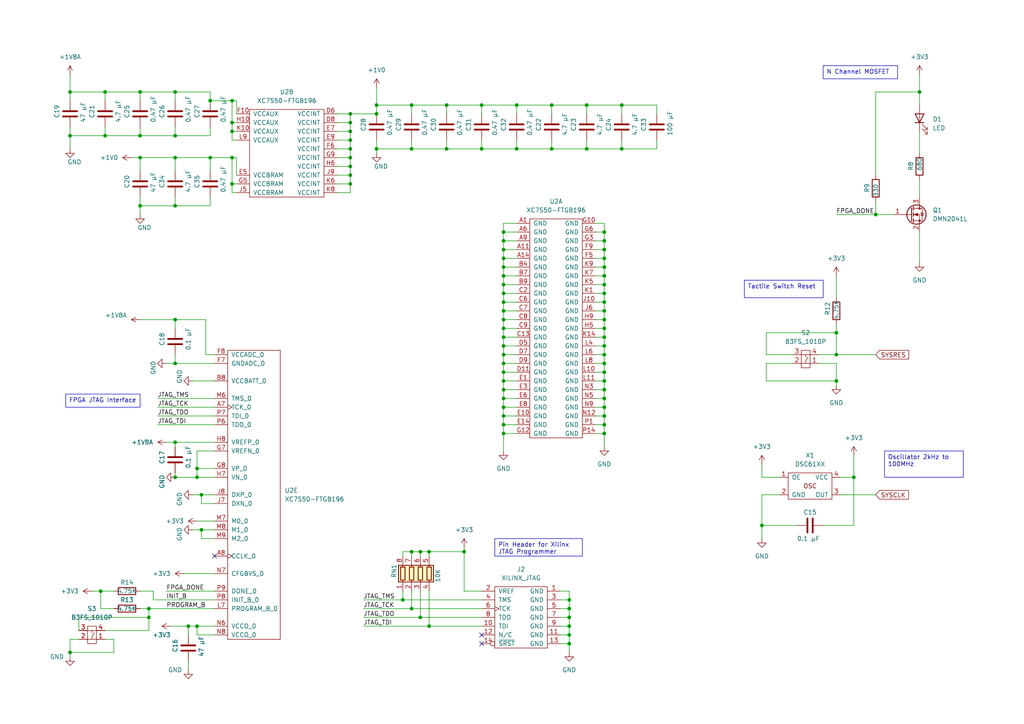
<source format=kicad_sch>
(kicad_sch (version 20230121) (generator eeschema)
  (paper "A4")
  (junction (at 119.38 160.02))
  (junction (at 170.18 30.48))
  (junction (at 175.26 100.33))
  (junction (at 119.38 176.53))
  (junction (at 101.6 35.56))
  (junction (at 139.7 30.48))
  (junction (at 146.05 80.01))
  (junction (at 20.32 39.37))
  (junction (at 43.18 176.53))
  (junction (at 146.05 102.87))
  (junction (at 101.6 53.34))
  (junction (at 146.05 72.39))
  (junction (at 146.05 95.25))
  (junction (at 50.8 59.69))
  (junction (at 146.05 74.93))
  (junction (at 165.1 184.15))
  (junction (at 146.05 77.47))
  (junction (at 146.05 90.17))
  (junction (at 139.7 43.18))
  (junction (at 170.18 43.18))
  (junction (at 254 62.23))
  (junction (at 121.92 179.07))
  (junction (at 101.6 50.8))
  (junction (at 175.26 123.19))
  (junction (at 146.05 125.73))
  (junction (at 165.1 173.99))
  (junction (at 175.26 118.11))
  (junction (at 50.8 138.43))
  (junction (at 67.31 53.34))
  (junction (at 146.05 67.31))
  (junction (at 242.57 96.52))
  (junction (at 175.26 87.63))
  (junction (at 175.26 72.39))
  (junction (at 119.38 30.48))
  (junction (at 67.31 45.72))
  (junction (at 146.05 120.65))
  (junction (at 146.05 92.71))
  (junction (at 101.6 38.1))
  (junction (at 175.26 67.31))
  (junction (at 180.34 43.18))
  (junction (at 109.22 43.18))
  (junction (at 50.8 39.37))
  (junction (at 57.15 135.89))
  (junction (at 20.32 189.23))
  (junction (at 43.18 179.07))
  (junction (at 146.05 110.49))
  (junction (at 146.05 118.11))
  (junction (at 146.05 105.41))
  (junction (at 146.05 87.63))
  (junction (at 242.57 102.87))
  (junction (at 121.92 160.02))
  (junction (at 40.64 59.69))
  (junction (at 146.05 85.09))
  (junction (at 175.26 115.57))
  (junction (at 50.8 128.27))
  (junction (at 20.32 26.67))
  (junction (at 146.05 100.33))
  (junction (at 50.8 105.41))
  (junction (at 146.05 82.55))
  (junction (at 57.15 138.43))
  (junction (at 146.05 107.95))
  (junction (at 57.15 181.61))
  (junction (at 40.64 39.37))
  (junction (at 109.22 30.48))
  (junction (at 129.54 43.18))
  (junction (at 175.26 125.73))
  (junction (at 129.54 30.48))
  (junction (at 149.86 30.48))
  (junction (at 119.38 43.18))
  (junction (at 30.48 26.67))
  (junction (at 220.98 152.4))
  (junction (at 266.7 26.67))
  (junction (at 146.05 113.03))
  (junction (at 175.26 105.41))
  (junction (at 58.42 153.67))
  (junction (at 101.6 33.02))
  (junction (at 40.64 45.72))
  (junction (at 124.46 160.02))
  (junction (at 60.96 45.72))
  (junction (at 247.65 138.43))
  (junction (at 175.26 120.65))
  (junction (at 67.31 38.1))
  (junction (at 175.26 95.25))
  (junction (at 134.62 160.02))
  (junction (at 116.84 173.99))
  (junction (at 60.96 29.21))
  (junction (at 175.26 97.79))
  (junction (at 124.46 181.61))
  (junction (at 109.22 33.02))
  (junction (at 242.57 110.49))
  (junction (at 165.1 176.53))
  (junction (at 54.61 181.61))
  (junction (at 50.8 92.71))
  (junction (at 175.26 77.47))
  (junction (at 146.05 115.57))
  (junction (at 165.1 186.69))
  (junction (at 175.26 80.01))
  (junction (at 160.02 43.18))
  (junction (at 146.05 97.79))
  (junction (at 67.31 35.56))
  (junction (at 40.64 26.67))
  (junction (at 101.6 45.72))
  (junction (at 101.6 40.64))
  (junction (at 29.21 171.45))
  (junction (at 160.02 30.48))
  (junction (at 175.26 85.09))
  (junction (at 175.26 90.17))
  (junction (at 101.6 43.18))
  (junction (at 175.26 82.55))
  (junction (at 175.26 92.71))
  (junction (at 175.26 107.95))
  (junction (at 58.42 143.51))
  (junction (at 165.1 179.07))
  (junction (at 146.05 69.85))
  (junction (at 149.86 43.18))
  (junction (at 180.34 30.48))
  (junction (at 175.26 74.93))
  (junction (at 175.26 102.87))
  (junction (at 50.8 26.67))
  (junction (at 175.26 69.85))
  (junction (at 146.05 123.19))
  (junction (at 67.31 29.21))
  (junction (at 50.8 45.72))
  (junction (at 165.1 181.61))
  (junction (at 30.48 39.37))
  (junction (at 175.26 110.49))
  (junction (at 101.6 48.26))
  (junction (at 175.26 113.03))
  (no_connect (at 139.7 186.69))
  (no_connect (at 62.23 161.29))
  (no_connect (at 139.7 184.15))
  (wire (pts (xy 146.05 120.65) (xy 149.86 120.65)))
  (wire (pts (xy 222.25 110.49) (xy 242.57 110.49)))
  (wire (pts (xy 67.31 35.56) (xy 67.31 29.21)))
  (wire (pts (xy 180.34 30.48) (xy 180.34 33.02)))
  (wire (pts (xy 40.64 49.53) (xy 40.64 45.72)))
  (wire (pts (xy 129.54 40.64) (xy 129.54 43.18)))
  (wire (pts (xy 146.05 118.11) (xy 146.05 120.65)))
  (wire (pts (xy 68.58 38.1) (xy 67.31 38.1)))
  (wire (pts (xy 172.72 80.01) (xy 175.26 80.01)))
  (wire (pts (xy 60.96 39.37) (xy 50.8 39.37)))
  (wire (pts (xy 162.56 186.69) (xy 165.1 186.69)))
  (wire (pts (xy 50.8 92.71) (xy 59.69 92.71)))
  (wire (pts (xy 170.18 30.48) (xy 170.18 33.02)))
  (wire (pts (xy 50.8 128.27) (xy 62.23 128.27)))
  (wire (pts (xy 165.1 173.99) (xy 165.1 176.53)))
  (wire (pts (xy 146.05 95.25) (xy 146.05 97.79)))
  (wire (pts (xy 242.57 80.01) (xy 242.57 86.36)))
  (wire (pts (xy 160.02 30.48) (xy 170.18 30.48)))
  (wire (pts (xy 58.42 156.21) (xy 58.42 153.67)))
  (wire (pts (xy 162.56 179.07) (xy 165.1 179.07)))
  (wire (pts (xy 146.05 67.31) (xy 149.86 67.31)))
  (wire (pts (xy 146.05 100.33) (xy 146.05 102.87)))
  (wire (pts (xy 60.96 45.72) (xy 67.31 45.72)))
  (wire (pts (xy 146.05 77.47) (xy 146.05 80.01)))
  (wire (pts (xy 30.48 36.83) (xy 30.48 39.37)))
  (wire (pts (xy 146.05 105.41) (xy 146.05 107.95)))
  (wire (pts (xy 172.72 90.17) (xy 175.26 90.17)))
  (wire (pts (xy 229.87 102.87) (xy 222.25 102.87)))
  (wire (pts (xy 175.26 64.77) (xy 175.26 67.31)))
  (wire (pts (xy 146.05 92.71) (xy 149.86 92.71)))
  (wire (pts (xy 33.02 189.23) (xy 20.32 189.23)))
  (wire (pts (xy 45.72 123.19) (xy 62.23 123.19)))
  (wire (pts (xy 247.65 152.4) (xy 247.65 138.43)))
  (wire (pts (xy 165.1 179.07) (xy 165.1 181.61)))
  (wire (pts (xy 146.05 115.57) (xy 149.86 115.57)))
  (wire (pts (xy 266.7 26.67) (xy 266.7 30.48)))
  (wire (pts (xy 48.26 171.45) (xy 62.23 171.45)))
  (wire (pts (xy 58.42 153.67) (xy 62.23 153.67)))
  (wire (pts (xy 101.6 50.8) (xy 101.6 48.26)))
  (wire (pts (xy 242.57 105.41) (xy 242.57 110.49)))
  (wire (pts (xy 175.26 113.03) (xy 175.26 115.57)))
  (wire (pts (xy 33.02 185.42) (xy 33.02 189.23)))
  (wire (pts (xy 146.05 72.39) (xy 146.05 74.93)))
  (wire (pts (xy 55.88 153.67) (xy 58.42 153.67)))
  (wire (pts (xy 116.84 171.45) (xy 116.84 173.99)))
  (wire (pts (xy 40.64 92.71) (xy 50.8 92.71)))
  (wire (pts (xy 40.64 26.67) (xy 30.48 26.67)))
  (wire (pts (xy 57.15 135.89) (xy 57.15 138.43)))
  (wire (pts (xy 57.15 151.13) (xy 62.23 151.13)))
  (wire (pts (xy 48.26 105.41) (xy 50.8 105.41)))
  (wire (pts (xy 30.48 26.67) (xy 20.32 26.67)))
  (wire (pts (xy 50.8 39.37) (xy 40.64 39.37)))
  (wire (pts (xy 109.22 40.64) (xy 109.22 43.18)))
  (wire (pts (xy 172.72 120.65) (xy 175.26 120.65)))
  (wire (pts (xy 172.72 69.85) (xy 175.26 69.85)))
  (wire (pts (xy 222.25 96.52) (xy 242.57 96.52)))
  (wire (pts (xy 119.38 30.48) (xy 109.22 30.48)))
  (wire (pts (xy 121.92 179.07) (xy 139.7 179.07)))
  (wire (pts (xy 30.48 185.42) (xy 33.02 185.42)))
  (wire (pts (xy 149.86 33.02) (xy 149.86 30.48)))
  (wire (pts (xy 60.96 26.67) (xy 60.96 29.21)))
  (wire (pts (xy 175.26 85.09) (xy 175.26 87.63)))
  (wire (pts (xy 172.72 123.19) (xy 175.26 123.19)))
  (wire (pts (xy 172.72 72.39) (xy 175.26 72.39)))
  (wire (pts (xy 97.79 43.18) (xy 101.6 43.18)))
  (wire (pts (xy 266.7 67.31) (xy 266.7 76.2)))
  (wire (pts (xy 220.98 138.43) (xy 226.06 138.43)))
  (wire (pts (xy 243.84 143.51) (xy 254 143.51)))
  (wire (pts (xy 67.31 38.1) (xy 67.31 35.56)))
  (wire (pts (xy 49.53 181.61) (xy 54.61 181.61)))
  (wire (pts (xy 20.32 21.59) (xy 20.32 26.67)))
  (wire (pts (xy 54.61 191.77) (xy 54.61 194.31)))
  (wire (pts (xy 40.64 45.72) (xy 50.8 45.72)))
  (wire (pts (xy 20.32 26.67) (xy 20.32 29.21)))
  (wire (pts (xy 175.26 115.57) (xy 175.26 118.11)))
  (wire (pts (xy 50.8 57.15) (xy 50.8 59.69)))
  (wire (pts (xy 146.05 80.01) (xy 146.05 82.55)))
  (wire (pts (xy 124.46 160.02) (xy 134.62 160.02)))
  (wire (pts (xy 129.54 30.48) (xy 119.38 30.48)))
  (wire (pts (xy 180.34 30.48) (xy 190.5 30.48)))
  (wire (pts (xy 116.84 161.29) (xy 116.84 160.02)))
  (wire (pts (xy 172.72 113.03) (xy 175.26 113.03)))
  (wire (pts (xy 101.6 35.56) (xy 101.6 33.02)))
  (wire (pts (xy 20.32 189.23) (xy 20.32 190.5)))
  (wire (pts (xy 146.05 92.71) (xy 146.05 95.25)))
  (wire (pts (xy 50.8 102.87) (xy 50.8 105.41)))
  (wire (pts (xy 146.05 72.39) (xy 149.86 72.39)))
  (wire (pts (xy 121.92 161.29) (xy 121.92 160.02)))
  (wire (pts (xy 57.15 184.15) (xy 57.15 181.61)))
  (wire (pts (xy 190.5 33.02) (xy 190.5 30.48)))
  (wire (pts (xy 146.05 85.09) (xy 149.86 85.09)))
  (wire (pts (xy 68.58 53.34) (xy 67.31 53.34)))
  (wire (pts (xy 53.34 166.37) (xy 62.23 166.37)))
  (wire (pts (xy 146.05 123.19) (xy 146.05 125.73)))
  (wire (pts (xy 254 58.42) (xy 254 62.23)))
  (wire (pts (xy 54.61 181.61) (xy 54.61 184.15)))
  (wire (pts (xy 105.41 173.99) (xy 116.84 173.99)))
  (wire (pts (xy 175.26 97.79) (xy 175.26 100.33)))
  (wire (pts (xy 172.72 87.63) (xy 175.26 87.63)))
  (wire (pts (xy 60.96 49.53) (xy 60.96 45.72)))
  (wire (pts (xy 222.25 105.41) (xy 222.25 110.49)))
  (wire (pts (xy 146.05 102.87) (xy 146.05 105.41)))
  (wire (pts (xy 57.15 138.43) (xy 62.23 138.43)))
  (wire (pts (xy 172.72 77.47) (xy 175.26 77.47)))
  (wire (pts (xy 40.64 171.45) (xy 44.45 171.45)))
  (wire (pts (xy 175.26 67.31) (xy 175.26 69.85)))
  (wire (pts (xy 146.05 69.85) (xy 146.05 72.39)))
  (wire (pts (xy 50.8 26.67) (xy 60.96 26.67)))
  (wire (pts (xy 30.48 182.88) (xy 43.18 182.88)))
  (wire (pts (xy 162.56 181.61) (xy 165.1 181.61)))
  (wire (pts (xy 43.18 176.53) (xy 62.23 176.53)))
  (wire (pts (xy 146.05 95.25) (xy 149.86 95.25)))
  (wire (pts (xy 129.54 30.48) (xy 129.54 33.02)))
  (wire (pts (xy 175.26 100.33) (xy 175.26 102.87)))
  (wire (pts (xy 29.21 171.45) (xy 33.02 171.45)))
  (wire (pts (xy 146.05 110.49) (xy 146.05 113.03)))
  (wire (pts (xy 97.79 50.8) (xy 101.6 50.8)))
  (wire (pts (xy 231.14 152.4) (xy 220.98 152.4)))
  (wire (pts (xy 172.72 82.55) (xy 175.26 82.55)))
  (wire (pts (xy 160.02 40.64) (xy 160.02 43.18)))
  (wire (pts (xy 50.8 138.43) (xy 57.15 138.43)))
  (wire (pts (xy 62.23 130.81) (xy 57.15 130.81)))
  (wire (pts (xy 119.38 43.18) (xy 129.54 43.18)))
  (wire (pts (xy 101.6 38.1) (xy 101.6 35.56)))
  (wire (pts (xy 146.05 110.49) (xy 149.86 110.49)))
  (wire (pts (xy 172.72 125.73) (xy 175.26 125.73)))
  (wire (pts (xy 238.76 152.4) (xy 247.65 152.4)))
  (wire (pts (xy 180.34 40.64) (xy 180.34 43.18)))
  (wire (pts (xy 101.6 55.88) (xy 101.6 53.34)))
  (wire (pts (xy 146.05 102.87) (xy 149.86 102.87)))
  (wire (pts (xy 254 62.23) (xy 259.08 62.23)))
  (wire (pts (xy 146.05 90.17) (xy 149.86 90.17)))
  (wire (pts (xy 149.86 43.18) (xy 160.02 43.18)))
  (wire (pts (xy 175.26 77.47) (xy 175.26 80.01)))
  (wire (pts (xy 30.48 29.21) (xy 30.48 26.67)))
  (wire (pts (xy 146.05 82.55) (xy 146.05 85.09)))
  (wire (pts (xy 26.67 171.45) (xy 29.21 171.45)))
  (wire (pts (xy 146.05 97.79) (xy 149.86 97.79)))
  (wire (pts (xy 146.05 125.73) (xy 149.86 125.73)))
  (wire (pts (xy 109.22 30.48) (xy 109.22 33.02)))
  (wire (pts (xy 175.26 82.55) (xy 175.26 85.09)))
  (wire (pts (xy 60.96 57.15) (xy 60.96 59.69)))
  (wire (pts (xy 62.23 135.89) (xy 57.15 135.89)))
  (wire (pts (xy 67.31 53.34) (xy 67.31 45.72)))
  (wire (pts (xy 165.1 186.69) (xy 165.1 189.23)))
  (wire (pts (xy 134.62 171.45) (xy 139.7 171.45)))
  (wire (pts (xy 139.7 30.48) (xy 129.54 30.48)))
  (wire (pts (xy 50.8 45.72) (xy 60.96 45.72)))
  (wire (pts (xy 97.79 48.26) (xy 101.6 48.26)))
  (wire (pts (xy 266.7 52.07) (xy 266.7 57.15)))
  (wire (pts (xy 146.05 113.03) (xy 149.86 113.03)))
  (wire (pts (xy 40.64 176.53) (xy 43.18 176.53)))
  (wire (pts (xy 175.26 118.11) (xy 175.26 120.65)))
  (wire (pts (xy 124.46 181.61) (xy 139.7 181.61)))
  (wire (pts (xy 175.26 110.49) (xy 175.26 113.03)))
  (wire (pts (xy 172.72 102.87) (xy 175.26 102.87)))
  (wire (pts (xy 50.8 105.41) (xy 62.23 105.41)))
  (wire (pts (xy 172.72 97.79) (xy 175.26 97.79)))
  (wire (pts (xy 40.64 39.37) (xy 30.48 39.37)))
  (wire (pts (xy 220.98 143.51) (xy 220.98 152.4)))
  (wire (pts (xy 175.26 120.65) (xy 175.26 123.19)))
  (wire (pts (xy 237.49 102.87) (xy 242.57 102.87)))
  (wire (pts (xy 54.61 181.61) (xy 57.15 181.61)))
  (wire (pts (xy 172.72 105.41) (xy 175.26 105.41)))
  (wire (pts (xy 243.84 138.43) (xy 247.65 138.43)))
  (wire (pts (xy 97.79 33.02) (xy 101.6 33.02)))
  (wire (pts (xy 109.22 25.4) (xy 109.22 30.48)))
  (wire (pts (xy 146.05 74.93) (xy 149.86 74.93)))
  (wire (pts (xy 220.98 134.62) (xy 220.98 138.43)))
  (wire (pts (xy 119.38 176.53) (xy 139.7 176.53)))
  (wire (pts (xy 22.86 185.42) (xy 20.32 185.42)))
  (wire (pts (xy 146.05 77.47) (xy 149.86 77.47)))
  (wire (pts (xy 40.64 57.15) (xy 40.64 59.69)))
  (wire (pts (xy 62.23 184.15) (xy 57.15 184.15)))
  (wire (pts (xy 146.05 100.33) (xy 149.86 100.33)))
  (wire (pts (xy 146.05 90.17) (xy 146.05 92.71)))
  (wire (pts (xy 175.26 123.19) (xy 175.26 125.73)))
  (wire (pts (xy 57.15 130.81) (xy 57.15 135.89)))
  (wire (pts (xy 67.31 40.64) (xy 67.31 38.1)))
  (wire (pts (xy 50.8 49.53) (xy 50.8 45.72)))
  (wire (pts (xy 58.42 143.51) (xy 62.23 143.51)))
  (wire (pts (xy 58.42 146.05) (xy 58.42 143.51)))
  (wire (pts (xy 50.8 137.16) (xy 50.8 138.43)))
  (wire (pts (xy 146.05 82.55) (xy 149.86 82.55)))
  (wire (pts (xy 175.26 105.41) (xy 175.26 107.95)))
  (wire (pts (xy 60.96 59.69) (xy 50.8 59.69)))
  (wire (pts (xy 242.57 110.49) (xy 242.57 111.76)))
  (wire (pts (xy 44.45 173.99) (xy 62.23 173.99)))
  (wire (pts (xy 146.05 74.93) (xy 146.05 77.47)))
  (wire (pts (xy 29.21 176.53) (xy 29.21 171.45)))
  (wire (pts (xy 50.8 92.71) (xy 50.8 95.25)))
  (wire (pts (xy 146.05 87.63) (xy 149.86 87.63)))
  (wire (pts (xy 146.05 118.11) (xy 149.86 118.11)))
  (wire (pts (xy 119.38 30.48) (xy 119.38 33.02)))
  (wire (pts (xy 20.32 39.37) (xy 20.32 43.18)))
  (wire (pts (xy 242.57 62.23) (xy 254 62.23)))
  (wire (pts (xy 119.38 160.02) (xy 121.92 160.02)))
  (wire (pts (xy 139.7 30.48) (xy 149.86 30.48)))
  (wire (pts (xy 175.26 69.85) (xy 175.26 72.39)))
  (wire (pts (xy 40.64 26.67) (xy 40.64 29.21)))
  (wire (pts (xy 97.79 40.64) (xy 101.6 40.64)))
  (wire (pts (xy 146.05 120.65) (xy 146.05 123.19)))
  (wire (pts (xy 247.65 138.43) (xy 247.65 132.08)))
  (wire (pts (xy 105.41 181.61) (xy 124.46 181.61)))
  (wire (pts (xy 237.49 105.41) (xy 242.57 105.41)))
  (wire (pts (xy 190.5 40.64) (xy 190.5 43.18)))
  (wire (pts (xy 97.79 45.72) (xy 101.6 45.72)))
  (wire (pts (xy 101.6 33.02) (xy 109.22 33.02)))
  (wire (pts (xy 172.72 85.09) (xy 175.26 85.09)))
  (wire (pts (xy 50.8 59.69) (xy 40.64 59.69)))
  (wire (pts (xy 97.79 55.88) (xy 101.6 55.88)))
  (wire (pts (xy 242.57 96.52) (xy 242.57 102.87)))
  (wire (pts (xy 20.32 185.42) (xy 20.32 189.23)))
  (wire (pts (xy 50.8 36.83) (xy 50.8 39.37)))
  (wire (pts (xy 175.26 125.73) (xy 175.26 129.54)))
  (wire (pts (xy 146.05 80.01) (xy 149.86 80.01)))
  (wire (pts (xy 149.86 64.77) (xy 146.05 64.77)))
  (wire (pts (xy 146.05 125.73) (xy 146.05 130.81)))
  (wire (pts (xy 101.6 40.64) (xy 101.6 38.1)))
  (wire (pts (xy 170.18 40.64) (xy 170.18 43.18)))
  (wire (pts (xy 146.05 105.41) (xy 149.86 105.41)))
  (wire (pts (xy 38.1 45.72) (xy 40.64 45.72)))
  (wire (pts (xy 172.72 118.11) (xy 175.26 118.11)))
  (wire (pts (xy 180.34 43.18) (xy 190.5 43.18)))
  (wire (pts (xy 68.58 29.21) (xy 68.58 33.02)))
  (wire (pts (xy 121.92 171.45) (xy 121.92 179.07)))
  (wire (pts (xy 68.58 45.72) (xy 68.58 50.8)))
  (wire (pts (xy 105.41 176.53) (xy 119.38 176.53)))
  (wire (pts (xy 146.05 107.95) (xy 146.05 110.49)))
  (wire (pts (xy 119.38 171.45) (xy 119.38 176.53)))
  (wire (pts (xy 146.05 113.03) (xy 146.05 115.57)))
  (wire (pts (xy 40.64 36.83) (xy 40.64 39.37)))
  (wire (pts (xy 116.84 173.99) (xy 139.7 173.99)))
  (wire (pts (xy 68.58 35.56) (xy 67.31 35.56)))
  (wire (pts (xy 175.26 80.01) (xy 175.26 82.55)))
  (wire (pts (xy 165.1 176.53) (xy 165.1 179.07)))
  (wire (pts (xy 121.92 160.02) (xy 124.46 160.02)))
  (wire (pts (xy 134.62 160.02) (xy 134.62 171.45)))
  (wire (pts (xy 162.56 173.99) (xy 165.1 173.99)))
  (wire (pts (xy 50.8 26.67) (xy 40.64 26.67)))
  (wire (pts (xy 101.6 40.64) (xy 101.6 43.18)))
  (wire (pts (xy 165.1 171.45) (xy 165.1 173.99)))
  (wire (pts (xy 175.26 72.39) (xy 175.26 74.93)))
  (wire (pts (xy 149.86 30.48) (xy 160.02 30.48)))
  (wire (pts (xy 129.54 43.18) (xy 139.7 43.18)))
  (wire (pts (xy 62.23 102.87) (xy 59.69 102.87)))
  (wire (pts (xy 175.26 102.87) (xy 175.26 105.41)))
  (wire (pts (xy 43.18 179.07) (xy 43.18 176.53)))
  (wire (pts (xy 139.7 30.48) (xy 139.7 33.02)))
  (wire (pts (xy 33.02 176.53) (xy 29.21 176.53)))
  (wire (pts (xy 124.46 171.45) (xy 124.46 181.61)))
  (wire (pts (xy 97.79 38.1) (xy 101.6 38.1)))
  (wire (pts (xy 146.05 123.19) (xy 149.86 123.19)))
  (wire (pts (xy 43.18 182.88) (xy 43.18 179.07)))
  (wire (pts (xy 60.96 36.83) (xy 60.96 39.37)))
  (wire (pts (xy 175.26 107.95) (xy 175.26 110.49)))
  (wire (pts (xy 172.72 107.95) (xy 175.26 107.95)))
  (wire (pts (xy 109.22 43.18) (xy 119.38 43.18)))
  (wire (pts (xy 146.05 87.63) (xy 146.05 90.17)))
  (wire (pts (xy 101.6 45.72) (xy 101.6 48.26)))
  (wire (pts (xy 172.72 92.71) (xy 175.26 92.71)))
  (wire (pts (xy 146.05 97.79) (xy 146.05 100.33)))
  (wire (pts (xy 40.64 59.69) (xy 40.64 62.23)))
  (wire (pts (xy 30.48 39.37) (xy 20.32 39.37)))
  (wire (pts (xy 109.22 43.18) (xy 109.22 44.45)))
  (wire (pts (xy 45.72 118.11) (xy 62.23 118.11)))
  (wire (pts (xy 229.87 105.41) (xy 222.25 105.41)))
  (wire (pts (xy 139.7 40.64) (xy 139.7 43.18)))
  (wire (pts (xy 165.1 181.61) (xy 165.1 184.15)))
  (wire (pts (xy 170.18 43.18) (xy 180.34 43.18)))
  (wire (pts (xy 266.7 38.1) (xy 266.7 44.45)))
  (wire (pts (xy 220.98 152.4) (xy 220.98 156.21)))
  (wire (pts (xy 97.79 35.56) (xy 101.6 35.56)))
  (wire (pts (xy 55.88 110.49) (xy 62.23 110.49)))
  (wire (pts (xy 162.56 171.45) (xy 165.1 171.45)))
  (wire (pts (xy 222.25 102.87) (xy 222.25 96.52)))
  (wire (pts (xy 119.38 161.29) (xy 119.38 160.02)))
  (wire (pts (xy 101.6 43.18) (xy 101.6 45.72)))
  (wire (pts (xy 139.7 43.18) (xy 149.86 43.18)))
  (wire (pts (xy 67.31 55.88) (xy 67.31 53.34)))
  (wire (pts (xy 67.31 45.72) (xy 68.58 45.72)))
  (wire (pts (xy 101.6 53.34) (xy 101.6 50.8)))
  (wire (pts (xy 55.88 143.51) (xy 58.42 143.51)))
  (wire (pts (xy 146.05 67.31) (xy 146.05 69.85)))
  (wire (pts (xy 50.8 29.21) (xy 50.8 26.67)))
  (wire (pts (xy 162.56 184.15) (xy 165.1 184.15)))
  (wire (pts (xy 170.18 30.48) (xy 180.34 30.48)))
  (wire (pts (xy 254 102.87) (xy 242.57 102.87)))
  (wire (pts (xy 45.72 115.57) (xy 62.23 115.57)))
  (wire (pts (xy 162.56 176.53) (xy 165.1 176.53)))
  (wire (pts (xy 175.26 92.71) (xy 175.26 95.25)))
  (wire (pts (xy 254 26.67) (xy 266.7 26.67)))
  (wire (pts (xy 48.26 128.27) (xy 50.8 128.27)))
  (wire (pts (xy 175.26 74.93) (xy 175.26 77.47)))
  (wire (pts (xy 226.06 143.51) (xy 220.98 143.51)))
  (wire (pts (xy 68.58 55.88) (xy 67.31 55.88)))
  (wire (pts (xy 45.72 120.65) (xy 62.23 120.65)))
  (wire (pts (xy 57.15 181.61) (xy 62.23 181.61)))
  (wire (pts (xy 254 50.8) (xy 254 26.67)))
  (wire (pts (xy 97.79 53.34) (xy 101.6 53.34)))
  (wire (pts (xy 59.69 102.87) (xy 59.69 92.71)))
  (wire (pts (xy 68.58 40.64) (xy 67.31 40.64)))
  (wire (pts (xy 175.26 95.25) (xy 175.26 97.79)))
  (wire (pts (xy 116.84 160.02) (xy 119.38 160.02)))
  (wire (pts (xy 124.46 161.29) (xy 124.46 160.02)))
  (wire (pts (xy 67.31 29.21) (xy 68.58 29.21)))
  (wire (pts (xy 175.26 90.17) (xy 175.26 92.71)))
  (wire (pts (xy 62.23 156.21) (xy 58.42 156.21)))
  (wire (pts (xy 62.23 146.05) (xy 58.42 146.05)))
  (wire (pts (xy 60.96 29.21) (xy 67.31 29.21)))
  (wire (pts (xy 160.02 30.48) (xy 160.02 33.02)))
  (wire (pts (xy 20.32 36.83) (xy 20.32 39.37)))
  (wire (pts (xy 165.1 184.15) (xy 165.1 186.69)))
  (wire (pts (xy 149.86 40.64) (xy 149.86 43.18)))
  (wire (pts (xy 172.72 95.25) (xy 175.26 95.25)))
  (wire (pts (xy 172.72 67.31) (xy 175.26 67.31)))
  (wire (pts (xy 172.72 110.49) (xy 175.26 110.49)))
  (wire (pts (xy 146.05 64.77) (xy 146.05 67.31)))
  (wire (pts (xy 146.05 85.09) (xy 146.05 87.63)))
  (wire (pts (xy 105.41 179.07) (xy 121.92 179.07)))
  (wire (pts (xy 172.72 115.57) (xy 175.26 115.57)))
  (wire (pts (xy 22.86 179.07) (xy 43.18 179.07)))
  (wire (pts (xy 175.26 87.63) (xy 175.26 90.17)))
  (wire (pts (xy 160.02 43.18) (xy 170.18 43.18)))
  (wire (pts (xy 50.8 128.27) (xy 50.8 129.54)))
  (wire (pts (xy 266.7 21.59) (xy 266.7 26.67)))
  (wire (pts (xy 134.62 158.75) (xy 134.62 160.02)))
  (wire (pts (xy 44.45 171.45) (xy 44.45 173.99)))
  (wire (pts (xy 146.05 115.57) (xy 146.05 118.11)))
  (wire (pts (xy 119.38 40.64) (xy 119.38 43.18)))
  (wire (pts (xy 172.72 74.93) (xy 175.26 74.93)))
  (wire (pts (xy 242.57 96.52) (xy 242.57 93.98)))
  (wire (pts (xy 172.72 100.33) (xy 175.26 100.33)))
  (wire (pts (xy 172.72 64.77) (xy 175.26 64.77)))
  (wire (pts (xy 22.86 182.88) (xy 22.86 179.07)))
  (wire (pts (xy 146.05 107.95) (xy 149.86 107.95)))
  (wire (pts (xy 146.05 69.85) (xy 149.86 69.85)))
  (text_box "Oscillator 2kHz to 100MHz" (at 256.54 130.81 0) (size 22.86 7.62) (effects (font (size 1.27 1.27)) (justify left top)))
  (text_box "Pin Header for Xilinx JTAG Programmer\n" (at 143.51 156.21 0) (size 25.4 5.08) (effects (font (size 1.27 1.27)) (justify left top)))
  (text_box "Tactile Switch Reset" (at 215.9 81.28 0) (size 22.86 5.08) (effects (font (size 1.27 1.27)) (justify left top)))
  (text_box "N Channel MOSFET" (at 238.76 19.05 0) (size 21.59 3.81) (effects (font (size 1.27 1.27)) (justify left top)))
  (text_box "FPGA JTAG Interface" (at 19.05 114.3 0) (size 21.59 3.81) (effects (font (size 1.27 1.27)) (justify left top)))
  (label "JTAG_TCK" (at 45.72 118.11 0))
  (label "JTAG_TDI" (at 45.72 123.19 0))
  (label "FPGA_DONE" (at 48.26 171.45 0))
  (label "JTAG_TDO" (at 45.72 120.65 0))
  (label "PROGRAM_B" (at 48.26 176.53 0))
  (label "JTAG_TDI" (at 105.41 181.61 0))
  (label "JTAG_TCK" (at 105.41 176.53 0))
  (label "FPGA_DONE" (at 242.57 62.23 0))
  (label "JTAG_TMS" (at 105.41 173.99 0))
  (label "INIT_B" (at 48.26 173.99 0))
  (label "JTAG_TMS" (at 45.72 115.57 0))
  (label "JTAG_TDO" (at 105.41 179.07 0))
  (global_label "SYSCLK" (shape input) (at 254 143.51 0) (property "Intersheetrefs" "${INTERSHEET_REFS}" (effects hide)))
  (global_label "SYSRES" (shape input) (at 254 102.87 0) (property "Intersheetrefs" "${INTERSHEET_REFS}" (effects hide)))
  (symbol (lib_id "FPGA_project_parts:XC7S50-FTGB196") (at 161.29 95.25 0) (unit 1)
    (property "Reference" "U2" (at 161.29 58.42 0))
    (property "Value" "XC7S50-FTGB196" (at 161.29 60.96 0))
    (property "Footprint" "Package_BGA:Xilinx_FTGB196" (effects hide))
  )
  (symbol (lib_id "power:+3V3") (at 247.65 132.08 0) (unit 1)
    (property "Reference" "#PWR021" (effects hide))
    (property "Value" "+3V3" (at 247.65 127 0))
  )
  (symbol (lib_id "Device:LED") (at 266.7 34.29 90) (unit 1)
    (property "Reference" "D1" (at 270.51 34.6075 90) (effects (justify right)))
    (property "Value" "LED" (at 270.51 37.1475 90) (effects (justify right)))
    (property "Footprint" "LED_SMD:LED_0201_0603Metric" (effects hide))
    (instances (project "VendingMachine" (path "" (reference "D1") (unit 1)) (path "" (reference "D2") (unit 1))))
  )
  (symbol (lib_id "Device:C") (at 109.22 36.83 0) (unit 1)
    (property "Reference" "C28" (at 105.41 38.1 90) (effects (justify left)))
    (property "Value" "0.47 µF" (at 113.03 39.37 90) (effects (justify left)))
    (property "Footprint" "Capacitor_SMD:C_0201_0603Metric" (effects hide))
  )
  (symbol (lib_id "power:GND") (at 50.8 138.43 270) (unit 1)
    (property "Reference" "#PWR036" (effects hide))
    (property "Value" "GND" (at 46.99 139.7 0))
  )
  (symbol (lib_id "Device:R") (at 36.83 176.53 270) (unit 1)
    (property "Reference" "R13" (at 36.83 173.99 90))
    (property "Value" "4.75K" (at 36.83 176.53 90))
    (property "Footprint" "Resistor_SMD:R_0402_1005Metric" (effects hide))
  )
  (symbol (lib_id "Device:C") (at 50.8 53.34 0) (unit 1)
    (property "Reference" "C34" (at 46.99 54.61 90) (effects (justify left)))
    (property "Value" "4.7 µF" (at 54.61 55.88 90) (effects (justify left)))
    (property "Footprint" "Capacitor_SMD:C_0201_0603Metric" (effects hide))
  )
  (symbol (lib_id "FPGA_project_parts:DSC61XX") (at 234.95 140.97 0) (unit 1)
    (property "Reference" "X1" (at 234.95 132.08 0))
    (property "Value" "DSC61XX" (at 234.95 134.62 0))
    (property "Footprint" "Oscillator:Oscillator_SMD_Abracon_ASE-4Pin_3.2x2.5mm_HandSoldering" (effects hide))
  )
  (symbol (lib_id "Device:C") (at 40.64 53.34 0) (unit 1)
    (property "Reference" "C20" (at 36.83 54.61 90) (effects (justify left)))
    (property "Value" "47 µF" (at 44.45 55.88 90) (effects (justify left)))
    (property "Footprint" "Capacitor_SMD:C_0201_0603Metric" (effects hide))
  )
  (symbol (lib_id "Device:C") (at 40.64 33.02 0) (unit 1)
    (property "Reference" "C25" (at 36.83 34.29 90) (effects (justify left)))
    (property "Value" "0.47 µF" (at 44.45 35.56 90) (effects (justify left)))
    (property "Footprint" "Capacitor_SMD:C_0201_0603Metric" (effects hide))
  )
  (symbol (lib_id "FPGA_project_parts:B3FS_1010P") (at 26.67 184.15 0) (unit 1)
    (property "Reference" "S3" (at 26.67 176.53 0))
    (property "Value" "B3FS_1010P" (at 26.67 179.07 0))
    (property "Footprint" "FPGA_project_parts:B3FS_1010P" (effects hide))
  )
  (symbol (lib_id "power:+3V3") (at 242.57 80.01 0) (unit 1)
    (property "Reference" "#PWR016" (effects hide))
    (property "Value" "+3V3" (at 242.57 74.93 0))
    (instances (project "VendingMachine" (path "" (reference "#PWR016") (unit 1)) (path "" (reference "#PWR025") (unit 1))))
  )
  (symbol (lib_id "FPGA_project_parts:+1V8A") (at 48.26 128.27 90) (unit 1)
    (property "Reference" "#PWR037" (effects hide))
    (property "Value" "+1V8A" (at 44.45 128.27 90) (effects (justify left)))
  )
  (symbol (lib_id "Device:R") (at 266.7 48.26 0) (unit 1)
    (property "Reference" "R8" (at 264.16 49.53 90) (effects (justify left)))
    (property "Value" "680" (at 266.7 49.53 90) (effects (justify left)))
    (property "Footprint" "Resistor_SMD:R_0402_1005Metric" (effects hide))
    (instances (project "VendingMachine" (path "" (reference "R8") (unit 1)) (path "" (reference "R11") (unit 1))))
  )
  (symbol (lib_id "power:GND") (at 54.61 194.31 0) (unit 1)
    (property "Reference" "#PWR029" (effects hide))
    (property "Value" "GND" (at 50.8 194.31 0))
  )
  (symbol (lib_id "Device:C") (at 180.34 36.83 0) (unit 1)
    (property "Reference" "C24" (at 176.53 38.1 90) (effects (justify left)))
    (property "Value" "4.7 µF" (at 184.15 39.37 90) (effects (justify left)))
    (property "Footprint" "Capacitor_SMD:C_0201_0603Metric" (effects hide))
  )
  (symbol (lib_id "Device:R") (at 242.57 90.17 180) (unit 1)
    (property "Reference" "R12" (at 240.03 91.44 90) (effects (justify right)))
    (property "Value" "4.75K" (at 242.57 92.71 90) (effects (justify right)))
    (property "Footprint" "Resistor_SMD:R_0402_1005Metric" (effects hide))
  )
  (symbol (lib_id "Device:C") (at 20.32 33.02 0) (unit 1)
    (property "Reference" "C19" (at 16.51 34.29 90) (effects (justify left)))
    (property "Value" "47 µF" (at 24.13 35.56 90) (effects (justify left)))
    (property "Footprint" "Capacitor_SMD:C_0201_0603Metric" (effects hide))
  )
  (symbol (lib_id "Device:C") (at 50.8 33.02 0) (unit 1)
    (property "Reference" "C26" (at 46.99 34.29 90) (effects (justify left)))
    (property "Value" "0.47 µF" (at 54.61 35.56 90) (effects (justify left)))
    (property "Footprint" "Capacitor_SMD:C_0201_0603Metric" (effects hide))
  )
  (symbol (lib_id "power:GND") (at 40.64 62.23 0) (unit 1)
    (property "Reference" "#PWR044" (effects hide))
    (property "Value" "GND" (at 41.91 66.04 0))
  )
  (symbol (lib_id "Device:C") (at 30.48 33.02 0) (unit 1)
    (property "Reference" "C21" (at 26.67 34.29 90) (effects (justify left)))
    (property "Value" "4.7 µF" (at 34.29 35.56 90) (effects (justify left)))
    (property "Footprint" "Capacitor_SMD:C_0201_0603Metric" (effects hide))
  )
  (symbol (lib_id "power:GND") (at 20.32 190.5 0) (unit 1)
    (property "Reference" "#PWR030" (effects hide))
    (property "Value" "GND" (at 16.51 190.5 0))
  )
  (symbol (lib_id "power:+3V3") (at 266.7 21.59 0) (unit 1)
    (property "Reference" "#PWR016" (effects hide))
    (property "Value" "+3V3" (at 266.7 16.51 0))
    (instances (project "VendingMachine" (path "" (reference "#PWR016") (unit 1)) (path "" (reference "#PWR017") (unit 1))))
  )
  (symbol (lib_id "FPGA_project_parts:+1V8A") (at 40.64 92.71 90) (unit 1)
    (property "Reference" "#PWR040" (effects hide))
    (property "Value" "+1V8A" (at 36.83 91.44 90) (effects (justify left)))
  )
  (symbol (lib_id "power:GND") (at 220.98 156.21 0) (unit 1)
    (property "Reference" "#PWR023" (effects hide))
    (property "Value" "GND" (at 220.98 161.29 0))
  )
  (symbol (lib_id "power:GND") (at 242.57 111.76 0) (unit 1)
    (property "Reference" "#PWR024" (effects hide))
    (property "Value" "GND" (at 242.57 116.84 0))
  )
  (symbol (lib_id "power:+3V3") (at 49.53 181.61 90) (unit 1)
    (property "Reference" "#PWR028" (effects hide))
    (property "Value" "+3V3" (at 49.53 184.15 90) (effects (justify left)))
  )
  (symbol (lib_id "power:GND") (at 55.88 153.67 270) (unit 1)
    (property "Reference" "#PWR034" (effects hide))
    (property "Value" "GND" (at 52.07 154.94 0))
  )
  (symbol (lib_id "power:+1V0") (at 109.22 25.4 0) (unit 1)
    (property "Reference" "#PWR042" (effects hide))
    (property "Value" "+1V0" (at 109.22 20.32 0))
  )
  (symbol (lib_id "power:+1V0") (at 38.1 45.72 90) (unit 1)
    (property "Reference" "#PWR046" (effects hide))
    (property "Value" "+1V0" (at 34.29 45.72 90) (effects (justify left)))
  )
  (symbol (lib_id "Device:C") (at 160.02 36.83 0) (unit 1)
    (property "Reference" "C22" (at 156.21 38.1 90) (effects (justify left)))
    (property "Value" "4.7 µF" (at 163.83 39.37 90) (effects (justify left)))
    (property "Footprint" "Capacitor_SMD:C_0201_0603Metric" (effects hide))
  )
  (symbol (lib_id "FPGA_project_parts:XILINX_JTAG") (at 151.13 179.07 0) (unit 1)
    (property "Reference" "J2" (at 151.13 165.1 0))
    (property "Value" "XILINX_JTAG" (at 151.13 167.64 0))
    (property "Footprint" "Connector_PinHeader_2.00mm:PinHeader_2x07_P2.00mm_Vertical_SMD" (effects hide))
  )
  (symbol (lib_id "FPGA_project_parts:XC7S50-FTGB196") (at 83.82 44.45 0) (unit 2)
    (property "Reference" "U2" (at 83.185 26.67 0))
    (property "Value" "XC7S50-FTGB196" (at 83.185 29.21 0))
    (property "Footprint" "Package_BGA:Xilinx_FTGB196" (effects hide))
  )
  (symbol (lib_id "power:GND") (at 266.7 76.2 0) (unit 1)
    (property "Reference" "#PWR08" (effects hide))
    (property "Value" "GND" (at 266.7 81.28 0))
    (instances (project "VendingMachine" (path "" (reference "#PWR08") (unit 1)) (path "" (reference "#PWR018") (unit 1))))
  )
  (symbol (lib_id "Transistor_FET:DMN2041L") (at 264.16 62.23 0) (unit 1)
    (property "Reference" "Q1" (at 270.51 60.96 0) (effects (justify left)))
    (property "Value" "DMN2041L" (at 270.51 63.5 0) (effects (justify left)))
    (property "Footprint" "Package_TO_SOT_SMD:SOT-23" (effects hide))
    (property "Datasheet" "https://www.diodes.com/assets/Datasheets/products_inactive_data/DMN2041L.pdf" (effects hide))
    (instances (project "VendingMachine" (path "" (reference "Q1") (unit 1)) (path "" (reference "Q2") (unit 1))))
  )
  (symbol (lib_id "Device:R") (at 36.83 171.45 270) (unit 1)
    (property "Reference" "R14" (at 36.83 168.91 90))
    (property "Value" "4.75K" (at 36.83 171.45 90))
    (property "Footprint" "Resistor_SMD:R_0402_1005Metric" (effects hide))
  )
  (symbol (lib_id "power:GND") (at 48.26 105.41 270) (unit 1)
    (property "Reference" "#PWR039" (effects hide))
    (property "Value" "GND" (at 44.45 106.68 0))
  )
  (symbol (lib_id "Device:C") (at 119.38 36.83 0) (unit 1)
    (property "Reference" "C29" (at 115.57 38.1 90) (effects (justify left)))
    (property "Value" "0.47 µF" (at 123.19 39.37 90) (effects (justify left)))
    (property "Footprint" "Capacitor_SMD:C_0201_0603Metric" (effects hide))
  )
  (symbol (lib_id "Device:R") (at 254 54.61 0) (unit 1)
    (property "Reference" "R9" (at 251.46 55.88 90) (effects (justify left)))
    (property "Value" "330" (at 254 57.15 90) (effects (justify left)))
    (property "Footprint" "Resistor_SMD:R_0402_1005Metric" (effects hide))
    (instances (project "VendingMachine" (path "" (reference "R9") (unit 1)) (path "" (reference "R10") (unit 1))))
  )
  (symbol (lib_id "power:GND") (at 146.05 130.81 0) (unit 1)
    (property "Reference" "#PWR020" (effects hide))
    (property "Value" "GND" (at 146.05 135.89 0))
  )
  (symbol (lib_id "Device:C") (at 60.96 33.02 0) (unit 1)
    (property "Reference" "C27" (at 57.15 34.29 90) (effects (justify left)))
    (property "Value" "0.47 µF" (at 64.77 35.56 90) (effects (justify left)))
    (property "Footprint" "Capacitor_SMD:C_0201_0603Metric" (effects hide))
  )
  (symbol (lib_id "Device:C") (at 50.8 99.06 0) (unit 1)
    (property "Reference" "C18" (at 46.99 100.33 90) (effects (justify left)))
    (property "Value" "0.1 µF" (at 54.61 101.6 90) (effects (justify left)))
    (property "Footprint" "Capacitor_SMD:C_0201_0603Metric" (effects hide))
  )
  (symbol (lib_id "Device:C") (at 149.86 36.83 0) (unit 1)
    (property "Reference" "C32" (at 146.05 38.1 90) (effects (justify left)))
    (property "Value" "0.47 µF" (at 153.67 39.37 90) (effects (justify left)))
    (property "Footprint" "Capacitor_SMD:C_0201_0603Metric" (effects hide))
  )
  (symbol (lib_id "power:GND") (at 20.32 43.18 0) (unit 1)
    (property "Reference" "#PWR043" (effects hide))
    (property "Value" "GND" (at 21.59 46.99 0))
  )
  (symbol (lib_id "Device:C") (at 234.95 152.4 270) (unit 1)
    (property "Reference" "C15" (at 234.95 148.59 90))
    (property "Value" "0.1 µF " (at 234.95 156.21 90))
    (property "Footprint" "Capacitor_SMD:C_0201_0603Metric" (effects hide))
  )
  (symbol (lib_id "Device:C") (at 54.61 187.96 0) (unit 1)
    (property "Reference" "C16" (at 50.8 189.23 90) (effects (justify left)))
    (property "Value" "47 µF" (at 58.42 190.5 90) (effects (justify left)))
    (property "Footprint" "Capacitor_SMD:C_0201_0603Metric" (effects hide))
  )
  (symbol (lib_id "power:GND") (at 165.1 189.23 0) (unit 1)
    (property "Reference" "#PWR026" (effects hide))
    (property "Value" "GND" (at 165.1 194.31 0))
  )
  (symbol (lib_id "Device:C") (at 129.54 36.83 0) (unit 1)
    (property "Reference" "C30" (at 125.73 38.1 90) (effects (justify left)))
    (property "Value" "0.47 µF" (at 133.35 39.37 90) (effects (justify left)))
    (property "Footprint" "Capacitor_SMD:C_0201_0603Metric" (effects hide))
  )
  (symbol (lib_id "Device:C") (at 50.8 133.35 0) (unit 1)
    (property "Reference" "C17" (at 46.99 134.62 90) (effects (justify left)))
    (property "Value" "0.1 µF" (at 54.61 135.89 90) (effects (justify left)))
    (property "Footprint" "Capacitor_SMD:C_0201_0603Metric" (effects hide))
  )
  (symbol (lib_id "Device:C") (at 190.5 36.83 0) (unit 1)
    (property "Reference" "C33" (at 186.69 38.1 90) (effects (justify left)))
    (property "Value" "100 µF" (at 194.31 39.37 90) (effects (justify left)))
    (property "Footprint" "Capacitor_SMD:C_0201_0603Metric" (effects hide))
  )
  (symbol (lib_id "power:GND") (at 55.88 143.51 270) (unit 1)
    (property "Reference" "#PWR035" (effects hide))
    (property "Value" "GND" (at 52.07 144.78 0))
  )
  (symbol (lib_id "power:GND") (at 55.88 110.49 270) (unit 1)
    (property "Reference" "#PWR038" (effects hide))
    (property "Value" "GND" (at 52.07 109.22 0))
  )
  (symbol (lib_id "FPGA_project_parts:+1V8A") (at 20.32 21.59 0) (unit 1)
    (property "Reference" "#PWR041" (effects hide))
    (property "Value" "+1V8A" (at 20.32 16.51 0))
  )
  (symbol (lib_id "Device:C") (at 139.7 36.83 0) (unit 1)
    (property "Reference" "C31" (at 135.89 38.1 90) (effects (justify left)))
    (property "Value" "0.47 µF" (at 143.51 39.37 90) (effects (justify left)))
    (property "Footprint" "Capacitor_SMD:C_0201_0603Metric" (effects hide))
  )
  (symbol (lib_id "power:+3V3") (at 53.34 166.37 90) (unit 1)
    (property "Reference" "#PWR032" (effects hide))
    (property "Value" "+3V3" (at 49.53 166.37 90) (effects (justify left)))
  )
  (symbol (lib_id "power:+3V3") (at 220.98 134.62 0) (unit 1)
    (property "Reference" "#PWR022" (effects hide))
    (property "Value" "+3V3" (at 220.98 129.54 0))
  )
  (symbol (lib_id "FPGA_project_parts:B3FS_1010P") (at 233.68 104.14 0) (unit 1)
    (property "Reference" "S2" (at 233.68 96.52 0))
    (property "Value" "B3FS_1010P" (at 233.68 99.06 0))
    (property "Footprint" "FPGA_project_parts:B3FS_1010P" (effects hide))
  )
  (symbol (lib_id "power:+3V3") (at 57.15 151.13 90) (unit 1)
    (property "Reference" "#PWR033" (effects hide))
    (property "Value" "+3V3" (at 53.34 151.13 90) (effects (justify left)))
  )
  (symbol (lib_id "Device:C") (at 170.18 36.83 0) (unit 1)
    (property "Reference" "C23" (at 166.37 38.1 90) (effects (justify left)))
    (property "Value" "4.7 µF" (at 173.99 39.37 90) (effects (justify left)))
    (property "Footprint" "Capacitor_SMD:C_0201_0603Metric" (effects hide))
  )
  (symbol (lib_id "FPGA_project_parts:XC7S50-FTGB196") (at 73.66 143.51 0) (unit 5)
    (property "Reference" "U2" (at 82.55 142.24 0) (effects (justify left)))
    (property "Value" "XC7S50-FTGB196" (at 82.55 144.78 0) (effects (justify left)))
    (property "Footprint" "Package_BGA:Xilinx_FTGB196" (effects hide))
  )
  (symbol (lib_id "Device:C") (at 60.96 53.34 0) (unit 1)
    (property "Reference" "C35" (at 57.15 54.61 90) (effects (justify left)))
    (property "Value" "0.47 µF" (at 64.77 55.88 90) (effects (justify left)))
    (property "Footprint" "Capacitor_SMD:C_0201_0603Metric" (effects hide))
  )
  (symbol (lib_id "power:GND") (at 109.22 44.45 0) (unit 1)
    (property "Reference" "#PWR045" (effects hide))
    (property "Value" "GND" (at 110.49 48.26 0))
  )
  (symbol (lib_id "power:+3V3") (at 134.62 158.75 0) (unit 1)
    (property "Reference" "#PWR027" (effects hide))
    (property "Value" "+3V3" (at 134.62 153.67 0))
  )
  (symbol (lib_id "power:+3V3") (at 26.67 171.45 90) (unit 1)
    (property "Reference" "#PWR031" (effects hide))
    (property "Value" "+3V3" (at 22.86 171.45 90) (effects (justify left)))
  )
  (symbol (lib_id "Device:R_Pack04") (at 121.92 166.37 0) (unit 1)
    (property "Reference" "RN1" (at 114.3 167.64 90) (effects (justify left)))
    (property "Value" "10K" (at 127 168.91 90) (effects (justify left)))
    (property "Footprint" "Resistor_SMD:R_Array_Convex_4x0402" (effects hide))
  )
  (symbol (lib_id "power:GND") (at 175.26 129.54 0) (unit 1)
    (property "Reference" "#PWR019" (effects hide))
    (property "Value" "GND" (at 175.26 134.62 0))
  )
)
</source>
